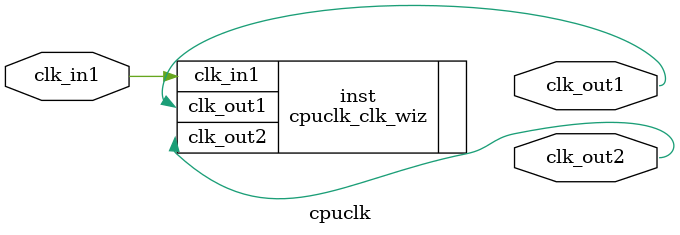
<source format=v>


`timescale 1ps/1ps

(* CORE_GENERATION_INFO = "cpuclk,clk_wiz_v5_4_3_0,{component_name=cpuclk,use_phase_alignment=true,use_min_o_jitter=false,use_max_i_jitter=false,use_dyn_phase_shift=false,use_inclk_switchover=false,use_dyn_reconfig=false,enable_axi=0,feedback_source=FDBK_AUTO,PRIMITIVE=PLL,num_out_clk=2,clkin1_period=10.000,clkin2_period=10.000,use_power_down=false,use_reset=false,use_locked=false,use_inclk_stopped=false,feedback_type=SINGLE,CLOCK_MGR_TYPE=NA,manual_override=false}" *)

module cpuclk 
 (
  // Clock out ports
  output        clk_out1,
  output        clk_out2,
 // Clock in ports
  input         clk_in1
 );

  cpuclk_clk_wiz inst
  (
  // Clock out ports  
  .clk_out1(clk_out1),
  .clk_out2(clk_out2),
 // Clock in ports
  .clk_in1(clk_in1)
  );

endmodule

</source>
